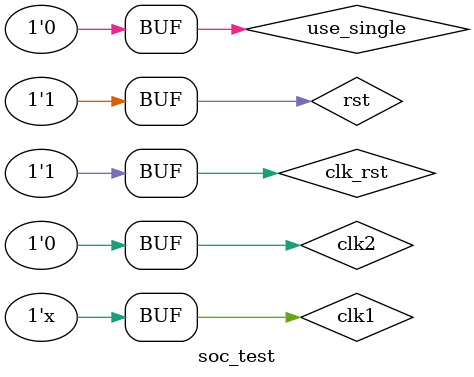
<source format=v>
`timescale 1ns / 1ps


module soc_test;

reg clk1,clk2,rst,clk_rst,use_single;

always #1 clk1 <= ~clk1;

wire[7:0] A;
wire[7:0] otp;
wire[7:0] mem_wdata;

initial begin
    clk1 <= 1'b0;
    clk2 <= 1'b0;
    rst <= 1'b0;
    clk_rst <= 1'b0;
    use_single <= 1'b0;
    #80
    clk_rst <= 1'b1;
    #80
    rst <= 1'b1;
end

SOC soc(
    .rst(rst),
    .clk_rst(clk_rst),
    .clk1(clk1),
    .clk2(clk2),
    .use_single(use_single),
    .A(A),
    .otp(otp)//,
    //.mem_wadta(mem_wdata)
);


endmodule

</source>
